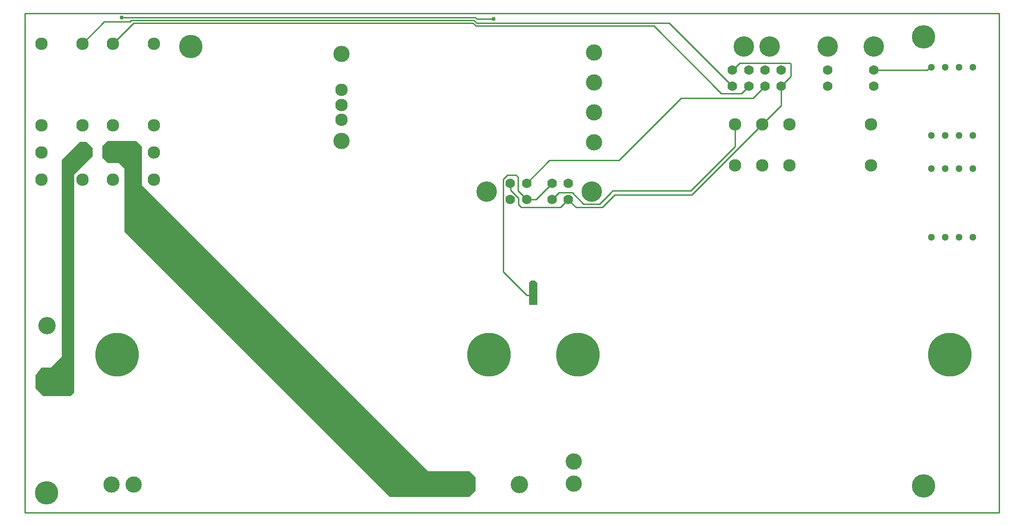
<source format=gbl>
G04*
G04 #@! TF.GenerationSoftware,Altium Limited,Altium Designer,18.1.11 (251)*
G04*
G04 Layer_Physical_Order=4*
G04 Layer_Color=16711680*
%FSLAX25Y25*%
%MOIN*%
G70*
G01*
G75*
%ADD10C,0.01000*%
%ADD15C,0.03000*%
%ADD53C,0.07000*%
%ADD54C,0.14800*%
%ADD55C,0.11811*%
%ADD56C,0.12598*%
%ADD57C,0.09055*%
%ADD58C,0.16929*%
%ADD59C,0.05118*%
%ADD60C,0.31496*%
G36*
X156000Y395500D02*
X156000Y389500D01*
X142500Y376000D01*
Y218500D01*
X140000Y216000D01*
X120000D01*
X114500Y221500D01*
Y231000D01*
X119000Y236500D01*
X125500D01*
X133500Y244500D01*
Y387000D01*
X140500Y394000D01*
X146500Y400000D01*
X151500D01*
X156000Y395500D01*
D02*
G37*
G36*
X191500Y396500D02*
Y368500D01*
X398500Y161500D01*
X428500D01*
X433000Y157000D01*
Y147500D01*
X428500Y143000D01*
X371000D01*
X179000Y335000D01*
X179000Y380500D01*
X175000Y384500D01*
X167000D01*
X163000Y388500D01*
Y397000D01*
X166500Y400500D01*
X187500D01*
X191500Y396500D01*
D02*
G37*
G36*
X477500Y298000D02*
X477500Y282000D01*
X471500D01*
X471500Y298000D01*
X473000Y299500D01*
X476000Y299500D01*
X477500Y298000D01*
D02*
G37*
%LPC*%
G36*
X150555Y394344D02*
X150370D01*
X149785Y394228D01*
X149289Y393896D01*
X148957Y393400D01*
X148841Y392815D01*
X148957Y392230D01*
X149289Y391734D01*
X149785Y391402D01*
X150370Y391286D01*
X150555D01*
X151140Y391402D01*
X151637Y391734D01*
X151968Y392230D01*
X152085Y392815D01*
X151968Y393400D01*
X151637Y393896D01*
X151140Y394228D01*
X150555Y394344D01*
D02*
G37*
%LPD*%
D10*
X573000Y485800D02*
X618600Y440200D01*
X433886Y485800D02*
X573000D01*
X561700Y483800D02*
X610500Y435000D01*
X433058Y483800D02*
X561700D01*
X183898Y487998D02*
X431689D01*
X182700Y486800D02*
X183898Y487998D01*
X164245Y486800D02*
X182700D01*
X431689Y487998D02*
X433886Y485800D01*
X170500Y471055D02*
X185442Y485998D01*
X430861D01*
X433058Y483800D01*
X148500Y471055D02*
X164245Y486800D01*
X177000Y489800D02*
X177198Y489998D01*
X432517D02*
X433715Y488800D01*
X177198Y489998D02*
X432517D01*
X433715Y488800D02*
X445800D01*
X721000Y451500D02*
X721500Y452000D01*
X470000Y289000D02*
X472000D01*
X589260Y361500D02*
X640260Y412500D01*
X533500Y361500D02*
X589260D01*
X620575Y396575D02*
Y412075D01*
X588500Y364500D02*
X620575Y396575D01*
X532000Y364500D02*
X588500D01*
X458271Y365000D02*
X464000Y359271D01*
X458271Y365000D02*
Y369729D01*
X458000Y370000D02*
X458271Y369729D01*
X464000Y354500D02*
Y359271D01*
X466000Y352500D02*
X494300D01*
X500000Y358200D01*
X464000Y354500D02*
X466000Y352500D01*
X453000Y373000D02*
X456000Y376000D01*
X453000Y306000D02*
Y373000D01*
Y306000D02*
X470000Y289000D01*
X456000Y376000D02*
X462000D01*
X463500Y374500D01*
Y364500D02*
Y374500D01*
Y364500D02*
X469800Y358200D01*
X476400D02*
X488200Y370000D01*
X469800Y358200D02*
X476400D01*
X620575Y412075D02*
X621000Y412500D01*
X502800Y363200D02*
X511000Y355000D01*
X493200Y363200D02*
X502800D01*
X488200Y358200D02*
X493200Y363200D01*
X511000Y355000D02*
X522500D01*
X530500Y363000D01*
X532000Y364500D01*
X524500Y352500D02*
X533500Y361500D01*
X505500Y352500D02*
X524500D01*
X500000Y358000D02*
X505500Y352500D01*
X620575Y412500D02*
X621000D01*
X486300Y386500D02*
X536500D01*
X469800Y370000D02*
X486300Y386500D01*
X581500Y431500D02*
X633500D01*
X536500Y386500D02*
X581500Y431500D01*
X633500D02*
X641000Y439000D01*
X642000D01*
X642200Y439200D01*
Y440200D01*
X500000Y358000D02*
Y358200D01*
X640260Y412500D02*
X654000Y426240D01*
Y440200D01*
X661000Y447200D01*
Y456414D01*
X660414Y457000D02*
X661000Y456414D01*
X624000Y457000D02*
X660414D01*
X619000Y452000D02*
X624000Y457000D01*
X618600Y452000D02*
X619000D01*
X610500Y435000D02*
X625200D01*
X629700Y439500D01*
X630000D01*
X761386Y454000D02*
X762500D01*
X759386Y452000D02*
X761386Y454000D01*
X721500Y452000D02*
X759386D01*
X721000Y451500D02*
Y452000D01*
X519480Y467980D02*
X519500Y468000D01*
X518799Y467980D02*
X519480D01*
X630000Y439500D02*
X630400Y439900D01*
Y440200D01*
X150370Y392815D02*
X150555D01*
X107000Y131500D02*
Y493000D01*
Y131500D02*
X811500D01*
Y493000D01*
X107000D02*
X811500D01*
D15*
X445800Y488800D02*
D03*
X177000Y489800D02*
D03*
X474500Y290500D02*
D03*
Y284500D02*
D03*
Y296000D02*
D03*
D53*
X488200Y358200D02*
D03*
Y370000D02*
D03*
X500000D02*
D03*
Y358200D02*
D03*
X469800Y370000D02*
D03*
Y358200D02*
D03*
X458000D02*
D03*
Y370000D02*
D03*
X630400Y440200D02*
D03*
X618600D02*
D03*
Y452000D02*
D03*
X630400D02*
D03*
X654000D02*
D03*
X642200D02*
D03*
Y440200D02*
D03*
X654000D02*
D03*
X687500D02*
D03*
Y452000D02*
D03*
X721000D02*
D03*
Y440200D02*
D03*
D54*
X517000Y364100D02*
D03*
X441000D02*
D03*
X627000Y469000D02*
D03*
X645500D02*
D03*
X687500D02*
D03*
X721000D02*
D03*
D55*
X185500Y152000D02*
D03*
X169500D02*
D03*
X504000Y152500D02*
D03*
Y168500D02*
D03*
X336000Y400600D02*
D03*
Y463592D02*
D03*
X518598Y442923D02*
D03*
Y464576D02*
D03*
Y421269D02*
D03*
Y399616D02*
D03*
D56*
X424500Y152000D02*
D03*
X464657D02*
D03*
X123000Y226842D02*
D03*
Y267000D02*
D03*
D57*
X336000Y426663D02*
D03*
Y437529D02*
D03*
Y415836D02*
D03*
X620575Y412500D02*
D03*
X640260D02*
D03*
X719000D02*
D03*
X659945D02*
D03*
X620575Y382972D02*
D03*
X640260D02*
D03*
X659945D02*
D03*
X719000D02*
D03*
X118972Y372630D02*
D03*
Y392315D02*
D03*
Y471055D02*
D03*
Y412000D02*
D03*
X148500Y372630D02*
D03*
Y392315D02*
D03*
Y412000D02*
D03*
Y471055D02*
D03*
X170500Y372630D02*
D03*
Y392315D02*
D03*
Y471055D02*
D03*
Y412000D02*
D03*
X200028Y372630D02*
D03*
Y392315D02*
D03*
Y412000D02*
D03*
Y471055D02*
D03*
D58*
X122500Y146000D02*
D03*
X757000Y151000D02*
D03*
X227000Y469000D02*
D03*
X757000Y476000D02*
D03*
D59*
X792500Y404591D02*
D03*
Y454000D02*
D03*
X782500Y404591D02*
D03*
X772500D02*
D03*
X762500D02*
D03*
X782500Y454000D02*
D03*
X772500D02*
D03*
X762500D02*
D03*
X792500Y331090D02*
D03*
Y380500D02*
D03*
X782500Y331090D02*
D03*
X772500D02*
D03*
X762500D02*
D03*
X782500Y380500D02*
D03*
X772500D02*
D03*
X762500D02*
D03*
D60*
X442500Y246000D02*
D03*
X173602D02*
D03*
X775898D02*
D03*
X507000D02*
D03*
M02*

</source>
